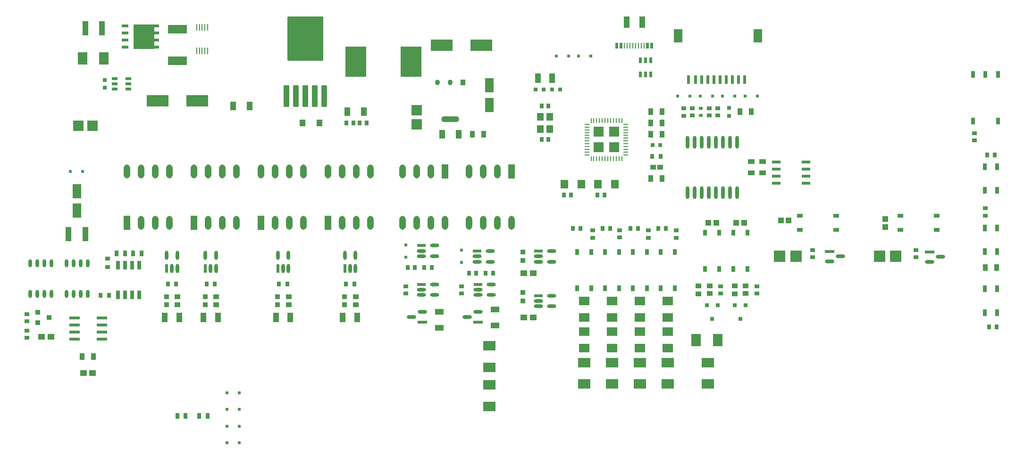
<source format=gbr>
G04*
G04 #@! TF.GenerationSoftware,Altium Limited,Altium Designer,25.5.2 (35)*
G04*
G04 Layer_Color=8421504*
%FSLAX43Y43*%
%MOMM*%
G71*
G04*
G04 #@! TF.SameCoordinates,FA6C6725-7EFF-47C5-9DEB-600D18B7A1A6*
G04*
G04*
G04 #@! TF.FilePolarity,Positive*
G04*
G01*
G75*
%ADD25R,0.500X0.500*%
%ADD26R,0.650X0.700*%
%ADD27R,1.208X1.012*%
%ADD28R,0.956X1.206*%
%ADD29R,0.840X0.840*%
%ADD30R,1.981X0.533*%
%ADD31R,1.100X1.700*%
%ADD32R,1.050X0.900*%
%ADD33O,0.600X1.450*%
%ADD34R,0.800X0.900*%
%ADD35O,1.200X2.500*%
%ADD36R,1.600X2.500*%
G04:AMPARAMS|DCode=37|XSize=1.638mm|YSize=0.618mm|CornerRadius=0.309mm|HoleSize=0mm|Usage=FLASHONLY|Rotation=90.000|XOffset=0mm|YOffset=0mm|HoleType=Round|Shape=RoundedRectangle|*
%AMROUNDEDRECTD37*
21,1,1.638,0.000,0,0,90.0*
21,1,1.020,0.618,0,0,90.0*
1,1,0.618,0.000,0.510*
1,1,0.618,0.000,-0.510*
1,1,0.618,0.000,-0.510*
1,1,0.618,0.000,0.510*
%
%ADD37ROUNDEDRECTD37*%
%ADD38R,2.180X1.716*%
%ADD39R,1.650X1.100*%
%ADD40R,1.716X2.180*%
%ADD41R,0.800X0.800*%
G04:AMPARAMS|DCode=42|XSize=1.638mm|YSize=0.618mm|CornerRadius=0.309mm|HoleSize=0mm|Usage=FLASHONLY|Rotation=0.000|XOffset=0mm|YOffset=0mm|HoleType=Round|Shape=RoundedRectangle|*
%AMROUNDEDRECTD42*
21,1,1.638,0.000,0,0,0.0*
21,1,1.020,0.618,0,0,0.0*
1,1,0.618,0.510,0.000*
1,1,0.618,-0.510,0.000*
1,1,0.618,-0.510,0.000*
1,1,0.618,0.510,0.000*
%
%ADD42ROUNDEDRECTD42*%
%ADD43R,0.750X0.850*%
%ADD44R,0.800X1.000*%
G04:AMPARAMS|DCode=45|XSize=1.659mm|YSize=0.627mm|CornerRadius=0.313mm|HoleSize=0mm|Usage=FLASHONLY|Rotation=0.000|XOffset=0mm|YOffset=0mm|HoleType=Round|Shape=RoundedRectangle|*
%AMROUNDEDRECTD45*
21,1,1.659,0.000,0,0,0.0*
21,1,1.032,0.627,0,0,0.0*
1,1,0.627,0.516,0.000*
1,1,0.627,-0.516,0.000*
1,1,0.627,-0.516,0.000*
1,1,0.627,0.516,0.000*
%
%ADD45ROUNDEDRECTD45*%
G04:AMPARAMS|DCode=46|XSize=1.55mm|YSize=0.6mm|CornerRadius=0.051mm|HoleSize=0mm|Usage=FLASHONLY|Rotation=270.000|XOffset=0mm|YOffset=0mm|HoleType=Round|Shape=RoundedRectangle|*
%AMROUNDEDRECTD46*
21,1,1.550,0.498,0,0,270.0*
21,1,1.448,0.600,0,0,270.0*
1,1,0.102,-0.249,-0.724*
1,1,0.102,-0.249,0.724*
1,1,0.102,0.249,0.724*
1,1,0.102,0.249,-0.724*
%
%ADD46ROUNDEDRECTD46*%
%ADD47R,0.700X1.200*%
%ADD48R,1.500X2.340*%
%ADD49R,0.600X1.500*%
%ADD50R,0.700X0.700*%
%ADD51R,1.000X2.000*%
%ADD52R,0.520X1.000*%
%ADD53R,0.600X1.100*%
%ADD54R,1.550X0.600*%
%ADD55R,1.206X0.956*%
%ADD56R,1.131X0.912*%
%ADD57O,0.600X2.300*%
%ADD58R,0.650X1.200*%
%ADD59R,1.000X0.800*%
%ADD60R,1.400X1.600*%
%ADD61R,0.700X0.700*%
%ADD62R,0.750X0.900*%
%ADD63R,4.000X2.000*%
%ADD64R,0.872X1.004*%
%ADD65R,1.200X1.400*%
%ADD66R,1.906X1.954*%
%ADD67R,1.000X1.600*%
G04:AMPARAMS|DCode=68|XSize=0.25mm|YSize=1.15mm|CornerRadius=0.05mm|HoleSize=0mm|Usage=FLASHONLY|Rotation=0.000|XOffset=0mm|YOffset=0mm|HoleType=Round|Shape=RoundedRectangle|*
%AMROUNDEDRECTD68*
21,1,0.250,1.050,0,0,0.0*
21,1,0.150,1.150,0,0,0.0*
1,1,0.100,0.075,-0.525*
1,1,0.100,-0.075,-0.525*
1,1,0.100,-0.075,0.525*
1,1,0.100,0.075,0.525*
%
%ADD68ROUNDEDRECTD68*%
G04:AMPARAMS|DCode=69|XSize=6.4mm|YSize=7.9mm|CornerRadius=0.064mm|HoleSize=0mm|Usage=FLASHONLY|Rotation=180.000|XOffset=0mm|YOffset=0mm|HoleType=Round|Shape=RoundedRectangle|*
%AMROUNDEDRECTD69*
21,1,6.400,7.772,0,0,180.0*
21,1,6.272,7.900,0,0,180.0*
1,1,0.128,-3.136,3.886*
1,1,0.128,3.136,3.886*
1,1,0.128,3.136,-3.886*
1,1,0.128,-3.136,-3.886*
%
%ADD69ROUNDEDRECTD69*%
G04:AMPARAMS|DCode=70|XSize=0.95mm|YSize=3.85mm|CornerRadius=0.052mm|HoleSize=0mm|Usage=FLASHONLY|Rotation=180.000|XOffset=0mm|YOffset=0mm|HoleType=Round|Shape=RoundedRectangle|*
%AMROUNDEDRECTD70*
21,1,0.950,3.746,0,0,180.0*
21,1,0.846,3.850,0,0,180.0*
1,1,0.104,-0.423,1.873*
1,1,0.104,0.423,1.873*
1,1,0.104,0.423,-1.873*
1,1,0.104,-0.423,-1.873*
%
%ADD70ROUNDEDRECTD70*%
%ADD71R,0.700X0.850*%
%ADD72R,1.110X1.220*%
%ADD73R,1.954X1.906*%
%ADD74R,1.150X1.050*%
%ADD75R,0.900X0.800*%
%ADD76R,0.850X0.750*%
%ADD77R,0.860X0.270*%
%ADD78R,0.270X0.860*%
G04:AMPARAMS|DCode=79|XSize=1.004mm|YSize=3.182mm|CornerRadius=0.437mm|HoleSize=0mm|Usage=FLASHONLY|Rotation=270.000|XOffset=0mm|YOffset=0mm|HoleType=Round|Shape=RoundedRectangle|*
%AMROUNDEDRECTD79*
21,1,1.004,2.308,0,0,270.0*
21,1,0.131,3.182,0,0,270.0*
1,1,0.874,-1.154,-0.065*
1,1,0.874,-1.154,0.065*
1,1,0.874,1.154,0.065*
1,1,0.874,1.154,-0.065*
%
%ADD79ROUNDEDRECTD79*%
%ADD80R,1.200X2.500*%
G04:AMPARAMS|DCode=81|XSize=1.004mm|YSize=0.872mm|CornerRadius=0.436mm|HoleSize=0mm|Usage=FLASHONLY|Rotation=270.000|XOffset=0mm|YOffset=0mm|HoleType=Round|Shape=RoundedRectangle|*
%AMROUNDEDRECTD81*
21,1,1.004,0.000,0,0,270.0*
21,1,0.132,0.872,0,0,270.0*
1,1,0.872,0.000,-0.066*
1,1,0.872,0.000,0.066*
1,1,0.872,0.000,0.066*
1,1,0.872,0.000,-0.066*
%
%ADD81ROUNDEDRECTD81*%
%ADD82R,0.850X0.700*%
%ADD83R,2.100X2.000*%
%ADD84R,1.000X2.500*%
%ADD85R,1.900X1.500*%
%ADD86R,1.659X0.627*%
%ADD87R,1.000X1.100*%
%ADD88R,1.000X1.800*%
%ADD89R,1.200X0.580*%
%ADD90R,3.800X4.400*%
%ADD91R,1.100X1.000*%
%ADD92R,0.618X1.638*%
%ADD93R,3.850X5.400*%
%ADD94R,1.000X0.600*%
%ADD95R,0.800X0.600*%
%ADD96R,1.638X0.618*%
%ADD97R,0.800X0.950*%
%ADD98R,0.950X0.950*%
%ADD99R,0.270X1.000*%
%ADD100R,0.700X0.650*%
%ADD101R,0.840X0.900*%
%ADD102R,3.455X1.504*%
G36*
X116485Y64715D02*
X114715D01*
Y66485D01*
X116485D01*
Y64715D01*
D02*
G37*
G36*
Y67515D02*
X114715D01*
Y69285D01*
X116485D01*
Y67515D01*
D02*
G37*
G36*
X119285Y64715D02*
X117515D01*
Y66485D01*
X119285D01*
Y64715D01*
D02*
G37*
G36*
Y67515D02*
X117515D01*
Y69285D01*
X119285D01*
Y67515D01*
D02*
G37*
D25*
X112000Y82000D02*
D03*
X114200D02*
D03*
X108000Y82000D02*
D03*
X110200D02*
D03*
X48900Y21500D02*
D03*
X51100D02*
D03*
X48900Y12500D02*
D03*
X51100D02*
D03*
X48900Y18500D02*
D03*
X51100Y18500D02*
D03*
X48900Y15500D02*
D03*
X51100Y15500D02*
D03*
X81000Y45900D02*
D03*
Y48100D02*
D03*
X144120Y74825D02*
D03*
X141920D02*
D03*
X140020D02*
D03*
X137820D02*
D03*
X133820D02*
D03*
X136020D02*
D03*
X129820Y74825D02*
D03*
X132020D02*
D03*
X91000Y44900D02*
D03*
Y47100D02*
D03*
X22988Y61294D02*
D03*
X20788D02*
D03*
D26*
X126675Y66000D02*
D03*
X125325D02*
D03*
D27*
X24802Y25000D02*
D03*
X23198D02*
D03*
D28*
X25000Y28000D02*
D03*
X143025Y72000D02*
D03*
X124975Y72000D02*
D03*
Y70000D02*
D03*
Y68000D02*
D03*
Y60000D02*
D03*
X187025Y44000D02*
D03*
X92950Y68000D02*
D03*
X140975Y72000D02*
D03*
X127025Y72000D02*
D03*
Y70000D02*
D03*
Y68000D02*
D03*
X95000D02*
D03*
X22950Y28000D02*
D03*
X184975Y44000D02*
D03*
X127025Y60000D02*
D03*
D29*
X17000Y35000D02*
D03*
X15000Y35940D02*
D03*
D30*
X21536Y34905D02*
D03*
Y31095D02*
D03*
X26464D02*
D03*
Y34905D02*
D03*
Y33635D02*
D03*
Y32365D02*
D03*
X21536D02*
D03*
Y33635D02*
D03*
D31*
X40359Y35025D02*
D03*
X47300D02*
D03*
X60300Y35025D02*
D03*
X72300Y35000D02*
D03*
X69700D02*
D03*
X57700Y35025D02*
D03*
X44700Y35025D02*
D03*
X37759D02*
D03*
D32*
X40059Y37300D02*
D03*
X47000Y37300D02*
D03*
X60000Y37300D02*
D03*
X72000D02*
D03*
X133500Y40725D02*
D03*
X140000D02*
D03*
X135500Y40700D02*
D03*
Y39300D02*
D03*
X133500Y39275D02*
D03*
X140000D02*
D03*
X142000Y40700D02*
D03*
Y39300D02*
D03*
X72000Y38750D02*
D03*
X60000D02*
D03*
X47000Y38750D02*
D03*
X40059Y38750D02*
D03*
D33*
X16135Y39275D02*
D03*
X13595D02*
D03*
X20095D02*
D03*
X13595Y44725D02*
D03*
X20095D02*
D03*
X23905D02*
D03*
X17405D02*
D03*
X23905Y39275D02*
D03*
X17405D02*
D03*
X22635D02*
D03*
X21365D02*
D03*
X22635Y44725D02*
D03*
X21365D02*
D03*
X14865D02*
D03*
Y39275D02*
D03*
X16135Y44725D02*
D03*
D34*
X38309Y41025D02*
D03*
X45250D02*
D03*
X58250Y41025D02*
D03*
X70250D02*
D03*
X27750Y39000D02*
D03*
X125250Y64000D02*
D03*
X26250Y39000D02*
D03*
X126750Y64000D02*
D03*
X71750Y41025D02*
D03*
X59750D02*
D03*
X46750Y41025D02*
D03*
X39809D02*
D03*
D35*
X36080Y52000D02*
D03*
X38620D02*
D03*
X60080Y52000D02*
D03*
X48080D02*
D03*
X50620D02*
D03*
X72080D02*
D03*
X74620D02*
D03*
X62620D02*
D03*
X80380Y52000D02*
D03*
X82920D02*
D03*
X92380D02*
D03*
X94920D02*
D03*
X92380Y61240D02*
D03*
X94920D02*
D03*
X80380D02*
D03*
X82920D02*
D03*
X72080Y61240D02*
D03*
X74620D02*
D03*
X62620D02*
D03*
X36080Y61240D02*
D03*
X38620D02*
D03*
X50620Y61240D02*
D03*
X60080D02*
D03*
X48080D02*
D03*
X55000D02*
D03*
X67000D02*
D03*
X43000D02*
D03*
X31000Y61240D02*
D03*
X100000Y52000D02*
D03*
X88000D02*
D03*
X69540Y61240D02*
D03*
Y52000D02*
D03*
X97460Y52000D02*
D03*
X85460D02*
D03*
X97460Y61240D02*
D03*
X85460D02*
D03*
X57540Y52000D02*
D03*
X45540D02*
D03*
X33540Y52000D02*
D03*
X57540Y61240D02*
D03*
X45540D02*
D03*
X33540Y61240D02*
D03*
D36*
X22000Y57750D02*
D03*
X96000Y76750D02*
D03*
Y73250D02*
D03*
X22000Y54250D02*
D03*
D37*
X39059Y43859D02*
D03*
X46000Y43859D02*
D03*
X59000Y43859D02*
D03*
X71000D02*
D03*
X70050Y46191D02*
D03*
X58050D02*
D03*
X45050Y46191D02*
D03*
X38109Y46191D02*
D03*
X71950Y46191D02*
D03*
X40009Y43859D02*
D03*
Y46191D02*
D03*
X46950Y43859D02*
D03*
Y46191D02*
D03*
X59950Y43859D02*
D03*
Y46191D02*
D03*
X71950Y43859D02*
D03*
D38*
X96000Y19063D02*
D03*
X118000Y23063D02*
D03*
X123000D02*
D03*
X96000Y26063D02*
D03*
X113000Y23063D02*
D03*
X128000D02*
D03*
X135165Y26937D02*
D03*
X96000Y22937D02*
D03*
Y29937D02*
D03*
X135165Y23063D02*
D03*
X128000Y26937D02*
D03*
X123000D02*
D03*
X118000D02*
D03*
X113000D02*
D03*
D39*
X87000Y36000D02*
D03*
X97000Y36425D02*
D03*
X87000Y33150D02*
D03*
X97000Y33575D02*
D03*
D40*
X133063Y31000D02*
D03*
X22993Y81600D02*
D03*
X136937Y31000D02*
D03*
X26867Y81600D02*
D03*
D41*
X135050Y37200D02*
D03*
X140050D02*
D03*
X136950D02*
D03*
X141950D02*
D03*
X141000Y34800D02*
D03*
X136000D02*
D03*
D42*
X83834Y40000D02*
D03*
Y47000D02*
D03*
X93834Y46000D02*
D03*
X94000Y40000D02*
D03*
X104834Y46000D02*
D03*
X104834Y38000D02*
D03*
X107166Y46950D02*
D03*
X107166Y38950D02*
D03*
X96166Y46950D02*
D03*
X86166Y47950D02*
D03*
X96332Y40950D02*
D03*
X86166D02*
D03*
X93834Y45050D02*
D03*
X83834Y46050D02*
D03*
X94000Y39050D02*
D03*
X83834D02*
D03*
X96166Y45050D02*
D03*
X86166Y46050D02*
D03*
X107166Y37050D02*
D03*
X107166Y45050D02*
D03*
X96332Y39050D02*
D03*
X86166D02*
D03*
X104834Y37050D02*
D03*
X104834Y45050D02*
D03*
D43*
X81350Y44000D02*
D03*
X92350Y43000D02*
D03*
X185677Y33350D02*
D03*
X126350Y51000D02*
D03*
X121350D02*
D03*
X116350D02*
D03*
X111000Y51000D02*
D03*
X93650Y43000D02*
D03*
X82650Y44000D02*
D03*
X186977Y33350D02*
D03*
X186650Y64236D02*
D03*
X127650Y51000D02*
D03*
X122650D02*
D03*
X117650D02*
D03*
X112300Y51000D02*
D03*
X185350Y64236D02*
D03*
D44*
X124270Y40250D02*
D03*
X114270D02*
D03*
X119270D02*
D03*
X129270D02*
D03*
X134730Y43750D02*
D03*
X139730Y43750D02*
D03*
X41501Y17300D02*
D03*
X139730Y50250D02*
D03*
X134730Y50250D02*
D03*
X129270Y46750D02*
D03*
X119270D02*
D03*
X124270D02*
D03*
X114270D02*
D03*
X32101Y46520D02*
D03*
X30601D02*
D03*
X29101D02*
D03*
X43941Y17300D02*
D03*
X33601Y46520D02*
D03*
X45441Y17300D02*
D03*
X40001D02*
D03*
X121730Y40250D02*
D03*
Y46750D02*
D03*
X126730Y40250D02*
D03*
Y46750D02*
D03*
X137270Y43750D02*
D03*
X142270Y43750D02*
D03*
Y50250D02*
D03*
X137270Y50250D02*
D03*
X116730Y46750D02*
D03*
Y40250D02*
D03*
X111730Y46750D02*
D03*
Y40250D02*
D03*
D45*
X157023Y45085D02*
D03*
X175000Y45000D02*
D03*
X82047Y35085D02*
D03*
X84000Y36000D02*
D03*
X176953Y45915D02*
D03*
X158977Y46000D02*
D03*
X94000Y36000D02*
D03*
X92047Y35085D02*
D03*
D46*
X29325Y39053D02*
D03*
Y44453D02*
D03*
X30595Y39053D02*
D03*
X31865D02*
D03*
X33135Y44453D02*
D03*
X31865D02*
D03*
X30595D02*
D03*
X33135Y39053D02*
D03*
D47*
X185000Y78700D02*
D03*
X187250D02*
D03*
Y70300D02*
D03*
X182750Y78700D02*
D03*
Y70300D02*
D03*
D48*
X144170Y85620D02*
D03*
X129830D02*
D03*
D49*
X139600Y77820D02*
D03*
X137400D02*
D03*
X135200D02*
D03*
X140700D02*
D03*
X136300D02*
D03*
X138500D02*
D03*
X131750D02*
D03*
X141800D02*
D03*
X134100D02*
D03*
X133000D02*
D03*
D50*
X139000Y71300D02*
D03*
Y72700D02*
D03*
D51*
X123400Y88100D02*
D03*
X120600D02*
D03*
D52*
X125100Y83900D02*
D03*
X118900D02*
D03*
X124350D02*
D03*
X119650D02*
D03*
D53*
X124000Y78750D02*
D03*
X124950D02*
D03*
X123050D02*
D03*
X124950Y81250D02*
D03*
X124000D02*
D03*
X123050D02*
D03*
D54*
X152841Y61657D02*
D03*
X147441Y59117D02*
D03*
X152841Y62927D02*
D03*
X147441D02*
D03*
Y61657D02*
D03*
Y60387D02*
D03*
X152841D02*
D03*
Y59117D02*
D03*
D55*
X143000Y60975D02*
D03*
X145000D02*
D03*
X143000Y63025D02*
D03*
X145000D02*
D03*
D56*
X125359Y62000D02*
D03*
X126641D02*
D03*
D57*
X136635Y57450D02*
D03*
X139175Y66550D02*
D03*
X136635D02*
D03*
X140445Y57450D02*
D03*
X139175D02*
D03*
X137905D02*
D03*
X131555D02*
D03*
X132825D02*
D03*
X134095D02*
D03*
X135365D02*
D03*
X131555Y66550D02*
D03*
X132825D02*
D03*
X134095D02*
D03*
X135365D02*
D03*
X137905D02*
D03*
X140445D02*
D03*
D58*
X187075Y46850D02*
D03*
Y51150D02*
D03*
X184925Y62150D02*
D03*
Y57850D02*
D03*
Y35850D02*
D03*
Y40150D02*
D03*
X187075Y35850D02*
D03*
Y40150D02*
D03*
X184925Y51150D02*
D03*
Y46850D02*
D03*
X187075Y57850D02*
D03*
Y62150D02*
D03*
D59*
X169750Y50730D02*
D03*
X151750D02*
D03*
X176250D02*
D03*
Y53270D02*
D03*
X169750D02*
D03*
X158250Y50730D02*
D03*
Y53270D02*
D03*
X151750D02*
D03*
D60*
X118500Y59000D02*
D03*
X112500Y59000D02*
D03*
X109500D02*
D03*
X115500Y59000D02*
D03*
D61*
X107300Y76000D02*
D03*
X105700D02*
D03*
X104300D02*
D03*
X108700D02*
D03*
D62*
X106600Y73000D02*
D03*
X105400Y67000D02*
D03*
X106600D02*
D03*
X105400Y73000D02*
D03*
D63*
X94550Y84000D02*
D03*
X43550Y74000D02*
D03*
X36450D02*
D03*
X87450Y84000D02*
D03*
D64*
X91290Y77295D02*
D03*
D65*
X106850Y71100D02*
D03*
X105150Y68900D02*
D03*
X106850D02*
D03*
X105150Y71100D02*
D03*
D66*
X83000Y69724D02*
D03*
Y72276D02*
D03*
D67*
X87500Y68000D02*
D03*
X73500Y72000D02*
D03*
X50000Y73000D02*
D03*
X90500Y68000D02*
D03*
X53000Y73000D02*
D03*
X70500Y72000D02*
D03*
D68*
X44975Y87199D02*
D03*
X45475D02*
D03*
X43975Y82949D02*
D03*
X43475D02*
D03*
Y87199D02*
D03*
X43975D02*
D03*
X44975Y82949D02*
D03*
X44475D02*
D03*
X45475D02*
D03*
X44475Y87199D02*
D03*
D69*
X63000Y85150D02*
D03*
D70*
X66400Y74800D02*
D03*
X63000D02*
D03*
X64700D02*
D03*
X61300D02*
D03*
X59600D02*
D03*
D71*
X74000Y70000D02*
D03*
X110625Y57000D02*
D03*
X116625Y57000D02*
D03*
X70375Y70000D02*
D03*
X72750D02*
D03*
X115375Y57000D02*
D03*
X109375Y57000D02*
D03*
X71625Y70000D02*
D03*
D72*
X65550Y70000D02*
D03*
X62450D02*
D03*
D73*
X24776Y69500D02*
D03*
X22224D02*
D03*
D74*
X103850Y43000D02*
D03*
Y35000D02*
D03*
X17352Y31520D02*
D03*
X102150Y35000D02*
D03*
Y43000D02*
D03*
X15652Y31520D02*
D03*
D75*
X27500Y45623D02*
D03*
Y44123D02*
D03*
D76*
X137000Y71350D02*
D03*
X135430Y71322D02*
D03*
X132430D02*
D03*
X130920Y71294D02*
D03*
X185000Y54650D02*
D03*
X129500Y50650D02*
D03*
X124500D02*
D03*
X119373Y50727D02*
D03*
X114500Y50650D02*
D03*
X144000Y40650D02*
D03*
X137500D02*
D03*
X132430Y72622D02*
D03*
X137500Y39350D02*
D03*
X183000Y68150D02*
D03*
X13000Y31350D02*
D03*
X13000Y34350D02*
D03*
X144000Y39350D02*
D03*
X137000Y72650D02*
D03*
X130920Y72594D02*
D03*
X135430Y72622D02*
D03*
X91000Y40650D02*
D03*
X81000D02*
D03*
X91000Y39350D02*
D03*
X81000D02*
D03*
X185000Y53350D02*
D03*
X129500Y49350D02*
D03*
X124500D02*
D03*
X119373Y49427D02*
D03*
X114500Y49350D02*
D03*
X13000Y32650D02*
D03*
X183000Y66850D02*
D03*
X13000Y35650D02*
D03*
D77*
X120435Y69250D02*
D03*
X113565Y69750D02*
D03*
X120435Y66250D02*
D03*
Y65750D02*
D03*
Y69750D02*
D03*
Y68750D02*
D03*
Y68250D02*
D03*
Y67750D02*
D03*
Y67250D02*
D03*
Y66750D02*
D03*
X113565D02*
D03*
Y67250D02*
D03*
Y67750D02*
D03*
Y68250D02*
D03*
Y68750D02*
D03*
X120435Y65250D02*
D03*
Y64750D02*
D03*
X113565D02*
D03*
Y65250D02*
D03*
Y69250D02*
D03*
Y64250D02*
D03*
X120435D02*
D03*
X113565Y65750D02*
D03*
Y66250D02*
D03*
D78*
X114250Y70435D02*
D03*
X119250Y63565D02*
D03*
Y70435D02*
D03*
X115750D02*
D03*
X119750Y63565D02*
D03*
X118250Y70435D02*
D03*
X114750Y63565D02*
D03*
X115250D02*
D03*
X118750Y70435D02*
D03*
X117750Y63565D02*
D03*
X118250D02*
D03*
X118750D02*
D03*
X115250Y70435D02*
D03*
X116250D02*
D03*
X116750D02*
D03*
X117250D02*
D03*
X117750D02*
D03*
X117250Y63565D02*
D03*
X116750D02*
D03*
X119750Y70435D02*
D03*
X116250Y63565D02*
D03*
X115750D02*
D03*
X114750Y70435D02*
D03*
X114250Y63565D02*
D03*
D79*
X89000Y70705D02*
D03*
D80*
X100000Y61240D02*
D03*
X88000D02*
D03*
X67000Y52000D02*
D03*
X55000D02*
D03*
X43000D02*
D03*
X31000Y52000D02*
D03*
D81*
X89000Y77295D02*
D03*
X86710D02*
D03*
D82*
X154000Y45875D02*
D03*
X172500D02*
D03*
Y47125D02*
D03*
X154000D02*
D03*
D83*
X168900Y46000D02*
D03*
X151000D02*
D03*
X166000D02*
D03*
X148100D02*
D03*
D84*
X23500Y50000D02*
D03*
X20500D02*
D03*
X23500Y87000D02*
D03*
X26500D02*
D03*
D85*
X123000Y29500D02*
D03*
Y32500D02*
D03*
X113000Y29500D02*
D03*
Y32500D02*
D03*
X118000Y29500D02*
D03*
Y32500D02*
D03*
X128000Y38000D02*
D03*
X123000D02*
D03*
X118000D02*
D03*
X113000D02*
D03*
X128000Y32500D02*
D03*
X128000Y35000D02*
D03*
X123000D02*
D03*
X118000D02*
D03*
X113000D02*
D03*
X128000Y29500D02*
D03*
D86*
X84000Y34170D02*
D03*
X175000Y46830D02*
D03*
X157023Y46915D02*
D03*
X94000Y34170D02*
D03*
D87*
X135300Y52000D02*
D03*
X136700D02*
D03*
X140300D02*
D03*
X141700D02*
D03*
X149700Y52500D02*
D03*
X148300D02*
D03*
D88*
X107250Y78000D02*
D03*
X104750D02*
D03*
D89*
X36104Y86133D02*
D03*
Y84863D02*
D03*
Y83593D02*
D03*
Y87403D02*
D03*
X30604D02*
D03*
Y84863D02*
D03*
Y86133D02*
D03*
Y83593D02*
D03*
D90*
X34000Y85500D02*
D03*
D91*
X167000Y51300D02*
D03*
Y52700D02*
D03*
D92*
X70050Y43859D02*
D03*
X38109Y43859D02*
D03*
X45050Y43859D02*
D03*
X58050Y43859D02*
D03*
D93*
X81950Y81000D02*
D03*
X72050D02*
D03*
D94*
X31200Y77000D02*
D03*
Y77950D02*
D03*
X28800Y76050D02*
D03*
Y77000D02*
D03*
Y77950D02*
D03*
X31200Y76050D02*
D03*
D95*
X133930Y72622D02*
D03*
Y71322D02*
D03*
D96*
X94000Y40950D02*
D03*
X83834D02*
D03*
X104834Y38950D02*
D03*
X104834Y46950D02*
D03*
X93834Y46950D02*
D03*
X83834Y47950D02*
D03*
D97*
X96675Y43000D02*
D03*
X85675Y44000D02*
D03*
X95325Y43000D02*
D03*
X84325Y44000D02*
D03*
D98*
X102000Y38000D02*
D03*
Y39500D02*
D03*
Y45250D02*
D03*
Y46750D02*
D03*
X70000Y38775D02*
D03*
Y37275D02*
D03*
X58000Y38775D02*
D03*
Y37275D02*
D03*
X45000Y38775D02*
D03*
Y37275D02*
D03*
X38059Y38775D02*
D03*
Y37275D02*
D03*
D99*
X121750Y83900D02*
D03*
X122250D02*
D03*
X121250D02*
D03*
X122750D02*
D03*
X123750D02*
D03*
X120250D02*
D03*
X123250D02*
D03*
X120750D02*
D03*
D100*
X27000Y76325D02*
D03*
Y77675D02*
D03*
D101*
X15000Y34060D02*
D03*
D102*
X40000Y81149D02*
D03*
Y86851D02*
D03*
M02*

</source>
